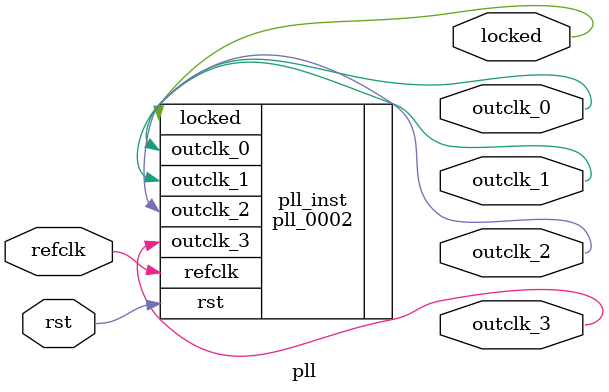
<source format=v>
/*
  
   Multicore 2 / Multicore 2+
  
   Copyright (c) 2017-2020 - Victor Trucco

  
   All rights reserved
  
   Redistribution and use in source and synthezised forms, with or without
   modification, are permitted provided that the following conditions are met:
  
   Redistributions of source code must retain the above copyright notice,
   this list of conditions and the following disclaimer.
  
   Redistributions in synthesized form must reproduce the above copyright
   notice, this list of conditions and the following disclaimer in the
   documentation and/or other materials provided with the distribution.
  
   Neither the name of the author nor the names of other contributors may
   be used to endorse or promote products derived from this software without
   specific prior written permission.
  
   THIS CODE IS PROVIDED BY THE COPYRIGHT HOLDERS AND CONTRIBUTORS "AS IS"
   AND ANY EXPRESS OR IMPLIED WARRANTIES, INCLUDING, BUT NOT LIMITED TO,
   THE IMPLIED WARRANTIES OF MERCHANTABILITY AND FITNESS FOR A PARTICULAR
   PURPOSE ARE DISCLAIMED. IN NO EVENT SHALL THE AUTHOR OR CONTRIBUTORS BE
   LIABLE FOR ANY DIRECT, INDIRECT, INCIDENTAL, SPECIAL, EXEMPLARY, OR
   CONSEQUENTIAL DAMAGES (INCLUDING, BUT NOT LIMITED TO, PROCUREMENT OF
   SUBSTITUTE GOODS OR SERVICES; LOSS OF USE, DATA, OR PROFITS; OR BUSINESS
   INTERRUPTION) HOWEVER CAUSED AND ON ANY THEORY OF LIABILITY, WHETHER IN
   CONTRACT, STRICT LIABILITY, OR TORT (INCLUDING NEGLIGENCE OR OTHERWISE)
   ARISING IN ANY WAY OUT OF THE USE OF THIS SOFTWARE, EVEN IF ADVISED OF THE
   POSSIBILITY OF SUCH DAMAGE.
  
   You are responsible for any legal issues arising from your use of this code.
  
*/// megafunction wizard: %Altera PLL v17.1%
// GENERATION: XML
// pll.v

// Generated using ACDS version 17.1 590

`timescale 1 ps / 1 ps
module pll (
		input  wire  refclk,   //  refclk.clk
		input  wire  rst,      //   reset.reset
		output wire  outclk_0, // outclk0.clk
		output wire  outclk_1, // outclk1.clk
		output wire  outclk_2, // outclk2.clk
		output wire  outclk_3, // outclk3.clk
		output wire  locked    //  locked.export
	);

	pll_0002 pll_inst (
		.refclk   (refclk),   //  refclk.clk
		.rst      (rst),      //   reset.reset
		.outclk_0 (outclk_0), // outclk0.clk
		.outclk_1 (outclk_1), // outclk1.clk
		.outclk_2 (outclk_2), // outclk2.clk
		.outclk_3 (outclk_3), // outclk3.clk
		.locked   (locked)    //  locked.export
	);

endmodule
// Retrieval info: <?xml version="1.0"?>
//<!--
//	Generated by Altera MegaWizard Launcher Utility version 1.0
//	************************************************************
//	THIS IS A WIZARD-GENERATED FILE. DO NOT EDIT THIS FILE!
//	************************************************************
//	Copyright (C) 1991-2020 Altera Corporation
//	Any megafunction design, and related net list (encrypted or decrypted),
//	support information, device programming or simulation file, and any other
//	associated documentation or information provided by Altera or a partner
//	under Altera's Megafunction Partnership Program may be used only to
//	program PLD devices (but not masked PLD devices) from Altera.  Any other
//	use of such megafunction design, net list, support information, device
//	programming or simulation file, or any other related documentation or
//	information is prohibited for any other purpose, including, but not
//	limited to modification, reverse engineering, de-compiling, or use with
//	any other silicon devices, unless such use is explicitly licensed under
//	a separate agreement with Altera or a megafunction partner.  Title to
//	the intellectual property, including patents, copyrights, trademarks,
//	trade secrets, or maskworks, embodied in any such megafunction design,
//	net list, support information, device programming or simulation file, or
//	any other related documentation or information provided by Altera or a
//	megafunction partner, remains with Altera, the megafunction partner, or
//	their respective licensors.  No other licenses, including any licenses
//	needed under any third party's intellectual property, are provided herein.
//-->
// Retrieval info: <instance entity-name="altera_pll" version="17.1" >
// Retrieval info: 	<generic name="debug_print_output" value="false" />
// Retrieval info: 	<generic name="debug_use_rbc_taf_method" value="false" />
// Retrieval info: 	<generic name="device_family" value="Cyclone V" />
// Retrieval info: 	<generic name="device" value="5CEBA2F17A7" />
// Retrieval info: 	<generic name="gui_device_speed_grade" value="2" />
// Retrieval info: 	<generic name="gui_pll_mode" value="Integer-N PLL" />
// Retrieval info: 	<generic name="gui_reference_clock_frequency" value="50.0" />
// Retrieval info: 	<generic name="gui_channel_spacing" value="0.0" />
// Retrieval info: 	<generic name="gui_operation_mode" value="direct" />
// Retrieval info: 	<generic name="gui_feedback_clock" value="Global Clock" />
// Retrieval info: 	<generic name="gui_fractional_cout" value="32" />
// Retrieval info: 	<generic name="gui_dsm_out_sel" value="1st_order" />
// Retrieval info: 	<generic name="gui_use_locked" value="true" />
// Retrieval info: 	<generic name="gui_en_adv_params" value="false" />
// Retrieval info: 	<generic name="gui_number_of_clocks" value="4" />
// Retrieval info: 	<generic name="gui_multiply_factor" value="13" />
// Retrieval info: 	<generic name="gui_frac_multiply_factor" value="1" />
// Retrieval info: 	<generic name="gui_divide_factor_n" value="1" />
// Retrieval info: 	<generic name="gui_cascade_counter0" value="false" />
// Retrieval info: 	<generic name="gui_output_clock_frequency0" value="48.0" />
// Retrieval info: 	<generic name="gui_divide_factor_c0" value="10" />
// Retrieval info: 	<generic name="gui_actual_output_clock_frequency0" value="0 MHz" />
// Retrieval info: 	<generic name="gui_ps_units0" value="ps" />
// Retrieval info: 	<generic name="gui_phase_shift0" value="0" />
// Retrieval info: 	<generic name="gui_phase_shift_deg0" value="0.0" />
// Retrieval info: 	<generic name="gui_actual_phase_shift0" value="0" />
// Retrieval info: 	<generic name="gui_duty_cycle0" value="50" />
// Retrieval info: 	<generic name="gui_cascade_counter1" value="false" />
// Retrieval info: 	<generic name="gui_output_clock_frequency1" value="48.0" />
// Retrieval info: 	<generic name="gui_divide_factor_c1" value="10" />
// Retrieval info: 	<generic name="gui_actual_output_clock_frequency1" value="0 MHz" />
// Retrieval info: 	<generic name="gui_ps_units1" value="ps" />
// Retrieval info: 	<generic name="gui_phase_shift1" value="0" />
// Retrieval info: 	<generic name="gui_phase_shift_deg1" value="180.0" />
// Retrieval info: 	<generic name="gui_actual_phase_shift1" value="0" />
// Retrieval info: 	<generic name="gui_duty_cycle1" value="50" />
// Retrieval info: 	<generic name="gui_cascade_counter2" value="false" />
// Retrieval info: 	<generic name="gui_output_clock_frequency2" value="24.0" />
// Retrieval info: 	<generic name="gui_divide_factor_c2" value="1" />
// Retrieval info: 	<generic name="gui_actual_output_clock_frequency2" value="0 MHz" />
// Retrieval info: 	<generic name="gui_ps_units2" value="degrees" />
// Retrieval info: 	<generic name="gui_phase_shift2" value="0" />
// Retrieval info: 	<generic name="gui_phase_shift_deg2" value="0.0" />
// Retrieval info: 	<generic name="gui_actual_phase_shift2" value="0" />
// Retrieval info: 	<generic name="gui_duty_cycle2" value="50" />
// Retrieval info: 	<generic name="gui_cascade_counter3" value="false" />
// Retrieval info: 	<generic name="gui_output_clock_frequency3" value="6.0" />
// Retrieval info: 	<generic name="gui_divide_factor_c3" value="1" />
// Retrieval info: 	<generic name="gui_actual_output_clock_frequency3" value="0.895522 MHz" />
// Retrieval info: 	<generic name="gui_ps_units3" value="ps" />
// Retrieval info: 	<generic name="gui_phase_shift3" value="0" />
// Retrieval info: 	<generic name="gui_phase_shift_deg3" value="0.0" />
// Retrieval info: 	<generic name="gui_actual_phase_shift3" value="0" />
// Retrieval info: 	<generic name="gui_duty_cycle3" value="50" />
// Retrieval info: 	<generic name="gui_cascade_counter4" value="false" />
// Retrieval info: 	<generic name="gui_output_clock_frequency4" value="6.0" />
// Retrieval info: 	<generic name="gui_divide_factor_c4" value="1" />
// Retrieval info: 	<generic name="gui_actual_output_clock_frequency4" value="0 MHz" />
// Retrieval info: 	<generic name="gui_ps_units4" value="ps" />
// Retrieval info: 	<generic name="gui_phase_shift4" value="0" />
// Retrieval info: 	<generic name="gui_phase_shift_deg4" value="0.0" />
// Retrieval info: 	<generic name="gui_actual_phase_shift4" value="0" />
// Retrieval info: 	<generic name="gui_duty_cycle4" value="50" />
// Retrieval info: 	<generic name="gui_cascade_counter5" value="false" />
// Retrieval info: 	<generic name="gui_output_clock_frequency5" value="8.333" />
// Retrieval info: 	<generic name="gui_divide_factor_c5" value="1" />
// Retrieval info: 	<generic name="gui_actual_output_clock_frequency5" value="0 MHz" />
// Retrieval info: 	<generic name="gui_ps_units5" value="ps" />
// Retrieval info: 	<generic name="gui_phase_shift5" value="0" />
// Retrieval info: 	<generic name="gui_phase_shift_deg5" value="0.0" />
// Retrieval info: 	<generic name="gui_actual_phase_shift5" value="0" />
// Retrieval info: 	<generic name="gui_duty_cycle5" value="50" />
// Retrieval info: 	<generic name="gui_cascade_counter6" value="false" />
// Retrieval info: 	<generic name="gui_output_clock_frequency6" value="8.0" />
// Retrieval info: 	<generic name="gui_divide_factor_c6" value="1" />
// Retrieval info: 	<generic name="gui_actual_output_clock_frequency6" value="0 MHz" />
// Retrieval info: 	<generic name="gui_ps_units6" value="ps" />
// Retrieval info: 	<generic name="gui_phase_shift6" value="0" />
// Retrieval info: 	<generic name="gui_phase_shift_deg6" value="0.0" />
// Retrieval info: 	<generic name="gui_actual_phase_shift6" value="0" />
// Retrieval info: 	<generic name="gui_duty_cycle6" value="50" />
// Retrieval info: 	<generic name="gui_cascade_counter7" value="false" />
// Retrieval info: 	<generic name="gui_output_clock_frequency7" value="100.0" />
// Retrieval info: 	<generic name="gui_divide_factor_c7" value="1" />
// Retrieval info: 	<generic name="gui_actual_output_clock_frequency7" value="0 MHz" />
// Retrieval info: 	<generic name="gui_ps_units7" value="ps" />
// Retrieval info: 	<generic name="gui_phase_shift7" value="0" />
// Retrieval info: 	<generic name="gui_phase_shift_deg7" value="0.0" />
// Retrieval info: 	<generic name="gui_actual_phase_shift7" value="0" />
// Retrieval info: 	<generic name="gui_duty_cycle7" value="50" />
// Retrieval info: 	<generic name="gui_cascade_counter8" value="false" />
// Retrieval info: 	<generic name="gui_output_clock_frequency8" value="100.0" />
// Retrieval info: 	<generic name="gui_divide_factor_c8" value="1" />
// Retrieval info: 	<generic name="gui_actual_output_clock_frequency8" value="0 MHz" />
// Retrieval info: 	<generic name="gui_ps_units8" value="ps" />
// Retrieval info: 	<generic name="gui_phase_shift8" value="0" />
// Retrieval info: 	<generic name="gui_phase_shift_deg8" value="0.0" />
// Retrieval info: 	<generic name="gui_actual_phase_shift8" value="0" />
// Retrieval info: 	<generic name="gui_duty_cycle8" value="50" />
// Retrieval info: 	<generic name="gui_cascade_counter9" value="false" />
// Retrieval info: 	<generic name="gui_output_clock_frequency9" value="100.0" />
// Retrieval info: 	<generic name="gui_divide_factor_c9" value="1" />
// Retrieval info: 	<generic name="gui_actual_output_clock_frequency9" value="0 MHz" />
// Retrieval info: 	<generic name="gui_ps_units9" value="ps" />
// Retrieval info: 	<generic name="gui_phase_shift9" value="0" />
// Retrieval info: 	<generic name="gui_phase_shift_deg9" value="0.0" />
// Retrieval info: 	<generic name="gui_actual_phase_shift9" value="0" />
// Retrieval info: 	<generic name="gui_duty_cycle9" value="50" />
// Retrieval info: 	<generic name="gui_cascade_counter10" value="false" />
// Retrieval info: 	<generic name="gui_output_clock_frequency10" value="100.0" />
// Retrieval info: 	<generic name="gui_divide_factor_c10" value="1" />
// Retrieval info: 	<generic name="gui_actual_output_clock_frequency10" value="0 MHz" />
// Retrieval info: 	<generic name="gui_ps_units10" value="ps" />
// Retrieval info: 	<generic name="gui_phase_shift10" value="0" />
// Retrieval info: 	<generic name="gui_phase_shift_deg10" value="0.0" />
// Retrieval info: 	<generic name="gui_actual_phase_shift10" value="0" />
// Retrieval info: 	<generic name="gui_duty_cycle10" value="50" />
// Retrieval info: 	<generic name="gui_cascade_counter11" value="false" />
// Retrieval info: 	<generic name="gui_output_clock_frequency11" value="100.0" />
// Retrieval info: 	<generic name="gui_divide_factor_c11" value="1" />
// Retrieval info: 	<generic name="gui_actual_output_clock_frequency11" value="0 MHz" />
// Retrieval info: 	<generic name="gui_ps_units11" value="ps" />
// Retrieval info: 	<generic name="gui_phase_shift11" value="0" />
// Retrieval info: 	<generic name="gui_phase_shift_deg11" value="0.0" />
// Retrieval info: 	<generic name="gui_actual_phase_shift11" value="0" />
// Retrieval info: 	<generic name="gui_duty_cycle11" value="50" />
// Retrieval info: 	<generic name="gui_cascade_counter12" value="false" />
// Retrieval info: 	<generic name="gui_output_clock_frequency12" value="100.0" />
// Retrieval info: 	<generic name="gui_divide_factor_c12" value="1" />
// Retrieval info: 	<generic name="gui_actual_output_clock_frequency12" value="0 MHz" />
// Retrieval info: 	<generic name="gui_ps_units12" value="ps" />
// Retrieval info: 	<generic name="gui_phase_shift12" value="0" />
// Retrieval info: 	<generic name="gui_phase_shift_deg12" value="0.0" />
// Retrieval info: 	<generic name="gui_actual_phase_shift12" value="0" />
// Retrieval info: 	<generic name="gui_duty_cycle12" value="50" />
// Retrieval info: 	<generic name="gui_cascade_counter13" value="false" />
// Retrieval info: 	<generic name="gui_output_clock_frequency13" value="100.0" />
// Retrieval info: 	<generic name="gui_divide_factor_c13" value="1" />
// Retrieval info: 	<generic name="gui_actual_output_clock_frequency13" value="0 MHz" />
// Retrieval info: 	<generic name="gui_ps_units13" value="ps" />
// Retrieval info: 	<generic name="gui_phase_shift13" value="0" />
// Retrieval info: 	<generic name="gui_phase_shift_deg13" value="0.0" />
// Retrieval info: 	<generic name="gui_actual_phase_shift13" value="0" />
// Retrieval info: 	<generic name="gui_duty_cycle13" value="50" />
// Retrieval info: 	<generic name="gui_cascade_counter14" value="false" />
// Retrieval info: 	<generic name="gui_output_clock_frequency14" value="100.0" />
// Retrieval info: 	<generic name="gui_divide_factor_c14" value="1" />
// Retrieval info: 	<generic name="gui_actual_output_clock_frequency14" value="0 MHz" />
// Retrieval info: 	<generic name="gui_ps_units14" value="ps" />
// Retrieval info: 	<generic name="gui_phase_shift14" value="0" />
// Retrieval info: 	<generic name="gui_phase_shift_deg14" value="0.0" />
// Retrieval info: 	<generic name="gui_actual_phase_shift14" value="0" />
// Retrieval info: 	<generic name="gui_duty_cycle14" value="50" />
// Retrieval info: 	<generic name="gui_cascade_counter15" value="false" />
// Retrieval info: 	<generic name="gui_output_clock_frequency15" value="100.0" />
// Retrieval info: 	<generic name="gui_divide_factor_c15" value="1" />
// Retrieval info: 	<generic name="gui_actual_output_clock_frequency15" value="0 MHz" />
// Retrieval info: 	<generic name="gui_ps_units15" value="ps" />
// Retrieval info: 	<generic name="gui_phase_shift15" value="0" />
// Retrieval info: 	<generic name="gui_phase_shift_deg15" value="0.0" />
// Retrieval info: 	<generic name="gui_actual_phase_shift15" value="0" />
// Retrieval info: 	<generic name="gui_duty_cycle15" value="50" />
// Retrieval info: 	<generic name="gui_cascade_counter16" value="false" />
// Retrieval info: 	<generic name="gui_output_clock_frequency16" value="100.0" />
// Retrieval info: 	<generic name="gui_divide_factor_c16" value="1" />
// Retrieval info: 	<generic name="gui_actual_output_clock_frequency16" value="0 MHz" />
// Retrieval info: 	<generic name="gui_ps_units16" value="ps" />
// Retrieval info: 	<generic name="gui_phase_shift16" value="0" />
// Retrieval info: 	<generic name="gui_phase_shift_deg16" value="0.0" />
// Retrieval info: 	<generic name="gui_actual_phase_shift16" value="0" />
// Retrieval info: 	<generic name="gui_duty_cycle16" value="50" />
// Retrieval info: 	<generic name="gui_cascade_counter17" value="false" />
// Retrieval info: 	<generic name="gui_output_clock_frequency17" value="100.0" />
// Retrieval info: 	<generic name="gui_divide_factor_c17" value="1" />
// Retrieval info: 	<generic name="gui_actual_output_clock_frequency17" value="0 MHz" />
// Retrieval info: 	<generic name="gui_ps_units17" value="ps" />
// Retrieval info: 	<generic name="gui_phase_shift17" value="0" />
// Retrieval info: 	<generic name="gui_phase_shift_deg17" value="0.0" />
// Retrieval info: 	<generic name="gui_actual_phase_shift17" value="0" />
// Retrieval info: 	<generic name="gui_duty_cycle17" value="50" />
// Retrieval info: 	<generic name="gui_pll_auto_reset" value="On" />
// Retrieval info: 	<generic name="gui_pll_bandwidth_preset" value="Auto" />
// Retrieval info: 	<generic name="gui_en_reconf" value="false" />
// Retrieval info: 	<generic name="gui_en_dps_ports" value="false" />
// Retrieval info: 	<generic name="gui_en_phout_ports" value="false" />
// Retrieval info: 	<generic name="gui_phout_division" value="1" />
// Retrieval info: 	<generic name="gui_mif_generate" value="false" />
// Retrieval info: 	<generic name="gui_enable_mif_dps" value="false" />
// Retrieval info: 	<generic name="gui_dps_cntr" value="C0" />
// Retrieval info: 	<generic name="gui_dps_num" value="1" />
// Retrieval info: 	<generic name="gui_dps_dir" value="Positive" />
// Retrieval info: 	<generic name="gui_refclk_switch" value="false" />
// Retrieval info: 	<generic name="gui_refclk1_frequency" value="100.0" />
// Retrieval info: 	<generic name="gui_switchover_mode" value="Automatic Switchover" />
// Retrieval info: 	<generic name="gui_switchover_delay" value="0" />
// Retrieval info: 	<generic name="gui_active_clk" value="false" />
// Retrieval info: 	<generic name="gui_clk_bad" value="false" />
// Retrieval info: 	<generic name="gui_enable_cascade_out" value="false" />
// Retrieval info: 	<generic name="gui_cascade_outclk_index" value="0" />
// Retrieval info: 	<generic name="gui_enable_cascade_in" value="false" />
// Retrieval info: 	<generic name="gui_pll_cascading_mode" value="Create an adjpllin signal to connect with an upstream PLL" />
// Retrieval info: </instance>
// IPFS_FILES : pll.vo
// RELATED_FILES: pll.v, pll_0002.v

</source>
